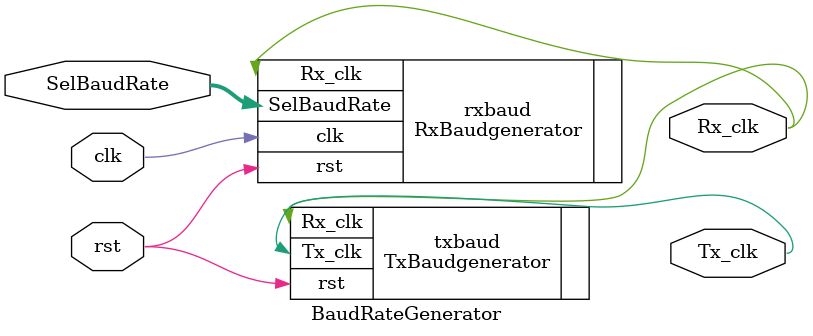
<source format=sv>
module BaudRateGenerator #(
    parameter OVERSAMBLE = 16,          // Rx sampling
    parameter CLK_FREQ   = 10_000_000   // 10 MHz system clock
) (
    input       clk         ,       // system clock
    input       rst         ,       // system clock reset
    input [1:0] SelBaudRate ,       // baud rate selector

    output      Rx_clk      ,
    output      Tx_clk      
);

// ... Rx Baud rate generator module ... //
    RxBaudgenerator #(
        .OVERSAMBLE(OVERSAMBLE) ,   // Rx sampling
        .CLK_FREQ(CLK_FREQ)         // 10 MHz system clock
    )rxbaud(
        // input
        .clk(clk)               ,   // Reciver clock
        .rst(rst)               ,   // Reciver clock reset
        .SelBaudRate(SelBaudRate),
        
        // output
        .Rx_clk(Rx_clk)             // Baud rate clock output
    );

// ... Tx Baud rate generator module ... //
    TxBaudgenerator #(
        .OVERSAMBLE(OVERSAMBLE)     // Rx sampling
    )txbaud(
        // inputs
        .Rx_clk(Rx_clk)         ,
        .rst(rst)               ,   // Transmitter clock reset
        
        // output
        .Tx_clk(Tx_clk)
    );
endmodule
</source>
